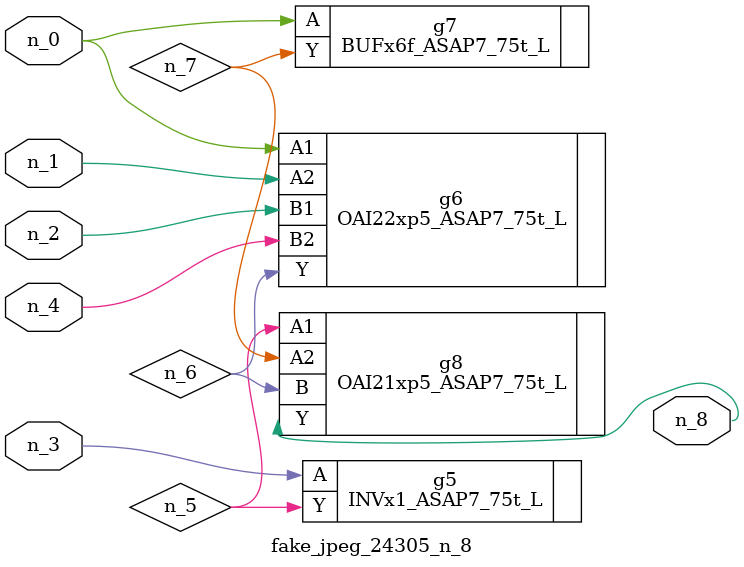
<source format=v>
module fake_jpeg_24305_n_8 (n_3, n_2, n_1, n_0, n_4, n_8);

input n_3;
input n_2;
input n_1;
input n_0;
input n_4;

output n_8;

wire n_6;
wire n_5;
wire n_7;

INVx1_ASAP7_75t_L g5 ( 
.A(n_3),
.Y(n_5)
);

OAI22xp5_ASAP7_75t_L g6 ( 
.A1(n_0),
.A2(n_1),
.B1(n_2),
.B2(n_4),
.Y(n_6)
);

BUFx6f_ASAP7_75t_L g7 ( 
.A(n_0),
.Y(n_7)
);

OAI21xp5_ASAP7_75t_L g8 ( 
.A1(n_5),
.A2(n_7),
.B(n_6),
.Y(n_8)
);


endmodule
</source>
